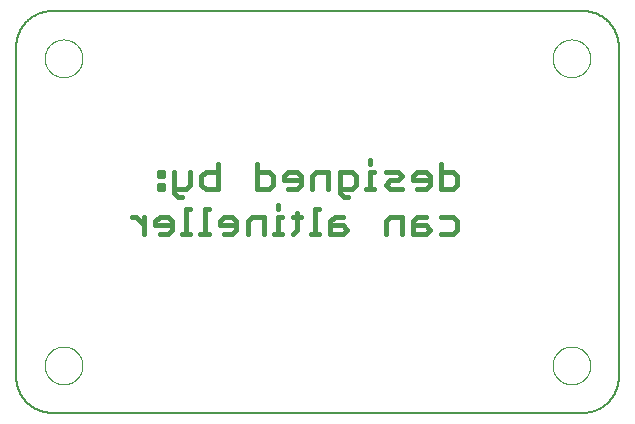
<source format=gbo>
G75*
%MOIN*%
%OFA0B0*%
%FSLAX25Y25*%
%IPPOS*%
%LPD*%
%AMOC8*
5,1,8,0,0,1.08239X$1,22.5*
%
%ADD10C,0.00800*%
%ADD11C,0.01800*%
%ADD12C,0.00000*%
D10*
X0013211Y0001400D02*
X0190376Y0001400D01*
X0190661Y0001403D01*
X0190947Y0001414D01*
X0191232Y0001431D01*
X0191516Y0001455D01*
X0191800Y0001486D01*
X0192083Y0001524D01*
X0192364Y0001569D01*
X0192645Y0001620D01*
X0192925Y0001678D01*
X0193203Y0001743D01*
X0193479Y0001815D01*
X0193753Y0001893D01*
X0194026Y0001978D01*
X0194296Y0002070D01*
X0194564Y0002168D01*
X0194830Y0002272D01*
X0195093Y0002383D01*
X0195353Y0002500D01*
X0195611Y0002623D01*
X0195865Y0002753D01*
X0196116Y0002889D01*
X0196364Y0003030D01*
X0196608Y0003178D01*
X0196849Y0003331D01*
X0197085Y0003491D01*
X0197318Y0003656D01*
X0197547Y0003826D01*
X0197772Y0004002D01*
X0197992Y0004184D01*
X0198208Y0004370D01*
X0198419Y0004562D01*
X0198626Y0004759D01*
X0198828Y0004961D01*
X0199025Y0005168D01*
X0199217Y0005379D01*
X0199403Y0005595D01*
X0199585Y0005815D01*
X0199761Y0006040D01*
X0199931Y0006269D01*
X0200096Y0006502D01*
X0200256Y0006738D01*
X0200409Y0006979D01*
X0200557Y0007223D01*
X0200698Y0007471D01*
X0200834Y0007722D01*
X0200964Y0007976D01*
X0201087Y0008234D01*
X0201204Y0008494D01*
X0201315Y0008757D01*
X0201419Y0009023D01*
X0201517Y0009291D01*
X0201609Y0009561D01*
X0201694Y0009834D01*
X0201772Y0010108D01*
X0201844Y0010384D01*
X0201909Y0010662D01*
X0201967Y0010942D01*
X0202018Y0011223D01*
X0202063Y0011504D01*
X0202101Y0011787D01*
X0202132Y0012071D01*
X0202156Y0012355D01*
X0202173Y0012640D01*
X0202184Y0012926D01*
X0202187Y0013211D01*
X0202187Y0123447D01*
X0202184Y0123732D01*
X0202173Y0124018D01*
X0202156Y0124303D01*
X0202132Y0124587D01*
X0202101Y0124871D01*
X0202063Y0125154D01*
X0202018Y0125435D01*
X0201967Y0125716D01*
X0201909Y0125996D01*
X0201844Y0126274D01*
X0201772Y0126550D01*
X0201694Y0126824D01*
X0201609Y0127097D01*
X0201517Y0127367D01*
X0201419Y0127635D01*
X0201315Y0127901D01*
X0201204Y0128164D01*
X0201087Y0128424D01*
X0200964Y0128682D01*
X0200834Y0128936D01*
X0200698Y0129187D01*
X0200557Y0129435D01*
X0200409Y0129679D01*
X0200256Y0129920D01*
X0200096Y0130156D01*
X0199931Y0130389D01*
X0199761Y0130618D01*
X0199585Y0130843D01*
X0199403Y0131063D01*
X0199217Y0131279D01*
X0199025Y0131490D01*
X0198828Y0131697D01*
X0198626Y0131899D01*
X0198419Y0132096D01*
X0198208Y0132288D01*
X0197992Y0132474D01*
X0197772Y0132656D01*
X0197547Y0132832D01*
X0197318Y0133002D01*
X0197085Y0133167D01*
X0196849Y0133327D01*
X0196608Y0133480D01*
X0196364Y0133628D01*
X0196116Y0133769D01*
X0195865Y0133905D01*
X0195611Y0134035D01*
X0195353Y0134158D01*
X0195093Y0134275D01*
X0194830Y0134386D01*
X0194564Y0134490D01*
X0194296Y0134588D01*
X0194026Y0134680D01*
X0193753Y0134765D01*
X0193479Y0134843D01*
X0193203Y0134915D01*
X0192925Y0134980D01*
X0192645Y0135038D01*
X0192364Y0135089D01*
X0192083Y0135134D01*
X0191800Y0135172D01*
X0191516Y0135203D01*
X0191232Y0135227D01*
X0190947Y0135244D01*
X0190661Y0135255D01*
X0190376Y0135258D01*
X0013211Y0135258D01*
X0012926Y0135255D01*
X0012640Y0135244D01*
X0012355Y0135227D01*
X0012071Y0135203D01*
X0011787Y0135172D01*
X0011504Y0135134D01*
X0011223Y0135089D01*
X0010942Y0135038D01*
X0010662Y0134980D01*
X0010384Y0134915D01*
X0010108Y0134843D01*
X0009834Y0134765D01*
X0009561Y0134680D01*
X0009291Y0134588D01*
X0009023Y0134490D01*
X0008757Y0134386D01*
X0008494Y0134275D01*
X0008234Y0134158D01*
X0007976Y0134035D01*
X0007722Y0133905D01*
X0007471Y0133769D01*
X0007223Y0133628D01*
X0006979Y0133480D01*
X0006738Y0133327D01*
X0006502Y0133167D01*
X0006269Y0133002D01*
X0006040Y0132832D01*
X0005815Y0132656D01*
X0005595Y0132474D01*
X0005379Y0132288D01*
X0005168Y0132096D01*
X0004961Y0131899D01*
X0004759Y0131697D01*
X0004562Y0131490D01*
X0004370Y0131279D01*
X0004184Y0131063D01*
X0004002Y0130843D01*
X0003826Y0130618D01*
X0003656Y0130389D01*
X0003491Y0130156D01*
X0003331Y0129920D01*
X0003178Y0129679D01*
X0003030Y0129435D01*
X0002889Y0129187D01*
X0002753Y0128936D01*
X0002623Y0128682D01*
X0002500Y0128424D01*
X0002383Y0128164D01*
X0002272Y0127901D01*
X0002168Y0127635D01*
X0002070Y0127367D01*
X0001978Y0127097D01*
X0001893Y0126824D01*
X0001815Y0126550D01*
X0001743Y0126274D01*
X0001678Y0125996D01*
X0001620Y0125716D01*
X0001569Y0125435D01*
X0001524Y0125154D01*
X0001486Y0124871D01*
X0001455Y0124587D01*
X0001431Y0124303D01*
X0001414Y0124018D01*
X0001403Y0123732D01*
X0001400Y0123447D01*
X0001400Y0013211D01*
X0001403Y0012926D01*
X0001414Y0012640D01*
X0001431Y0012355D01*
X0001455Y0012071D01*
X0001486Y0011787D01*
X0001524Y0011504D01*
X0001569Y0011223D01*
X0001620Y0010942D01*
X0001678Y0010662D01*
X0001743Y0010384D01*
X0001815Y0010108D01*
X0001893Y0009834D01*
X0001978Y0009561D01*
X0002070Y0009291D01*
X0002168Y0009023D01*
X0002272Y0008757D01*
X0002383Y0008494D01*
X0002500Y0008234D01*
X0002623Y0007976D01*
X0002753Y0007722D01*
X0002889Y0007471D01*
X0003030Y0007223D01*
X0003178Y0006979D01*
X0003331Y0006738D01*
X0003491Y0006502D01*
X0003656Y0006269D01*
X0003826Y0006040D01*
X0004002Y0005815D01*
X0004184Y0005595D01*
X0004370Y0005379D01*
X0004562Y0005168D01*
X0004759Y0004961D01*
X0004961Y0004759D01*
X0005168Y0004562D01*
X0005379Y0004370D01*
X0005595Y0004184D01*
X0005815Y0004002D01*
X0006040Y0003826D01*
X0006269Y0003656D01*
X0006502Y0003491D01*
X0006738Y0003331D01*
X0006979Y0003178D01*
X0007223Y0003030D01*
X0007471Y0002889D01*
X0007722Y0002753D01*
X0007976Y0002623D01*
X0008234Y0002500D01*
X0008494Y0002383D01*
X0008757Y0002272D01*
X0009023Y0002168D01*
X0009291Y0002070D01*
X0009561Y0001978D01*
X0009834Y0001893D01*
X0010108Y0001815D01*
X0010384Y0001743D01*
X0010662Y0001678D01*
X0010942Y0001620D01*
X0011223Y0001569D01*
X0011504Y0001524D01*
X0011787Y0001486D01*
X0012071Y0001455D01*
X0012355Y0001431D01*
X0012640Y0001414D01*
X0012926Y0001403D01*
X0013211Y0001400D01*
D11*
X0044037Y0061088D02*
X0044037Y0066560D01*
X0047774Y0065192D02*
X0047774Y0063824D01*
X0053245Y0063824D01*
X0053245Y0062456D02*
X0053245Y0065192D01*
X0051877Y0066560D01*
X0049142Y0066560D01*
X0047774Y0065192D01*
X0044037Y0063824D02*
X0041302Y0066560D01*
X0039934Y0066560D01*
X0049142Y0061088D02*
X0051877Y0061088D01*
X0053245Y0062456D01*
X0056648Y0061088D02*
X0059384Y0061088D01*
X0058016Y0061088D02*
X0058016Y0069295D01*
X0059384Y0069295D01*
X0064154Y0069295D02*
X0064154Y0061088D01*
X0062787Y0061088D02*
X0065522Y0061088D01*
X0069259Y0063824D02*
X0074730Y0063824D01*
X0074730Y0062456D02*
X0074730Y0065192D01*
X0073362Y0066560D01*
X0070627Y0066560D01*
X0069259Y0065192D01*
X0069259Y0063824D01*
X0070627Y0061088D02*
X0073362Y0061088D01*
X0074730Y0062456D01*
X0078467Y0061088D02*
X0078467Y0065192D01*
X0079834Y0066560D01*
X0083938Y0066560D01*
X0083938Y0061088D01*
X0087341Y0061088D02*
X0090076Y0061088D01*
X0088709Y0061088D02*
X0088709Y0066560D01*
X0090076Y0066560D01*
X0093479Y0066560D02*
X0096215Y0066560D01*
X0094847Y0067927D02*
X0094847Y0062456D01*
X0093479Y0061088D01*
X0099618Y0061088D02*
X0102354Y0061088D01*
X0100986Y0061088D02*
X0100986Y0069295D01*
X0102354Y0069295D01*
X0106090Y0065192D02*
X0107458Y0066560D01*
X0110194Y0066560D01*
X0106090Y0065192D02*
X0106090Y0061088D01*
X0110194Y0061088D01*
X0111561Y0062456D01*
X0110194Y0063824D01*
X0106090Y0063824D01*
X0110527Y0073353D02*
X0109159Y0074720D01*
X0109159Y0081560D01*
X0113263Y0081560D01*
X0114631Y0080192D01*
X0114631Y0077456D01*
X0113263Y0076088D01*
X0109159Y0076088D01*
X0110527Y0073353D02*
X0111895Y0073353D01*
X0118034Y0076088D02*
X0120769Y0076088D01*
X0119402Y0076088D02*
X0119402Y0081560D01*
X0120769Y0081560D01*
X0124506Y0081560D02*
X0128609Y0081560D01*
X0129977Y0080192D01*
X0128609Y0078824D01*
X0125874Y0078824D01*
X0124506Y0077456D01*
X0125874Y0076088D01*
X0129977Y0076088D01*
X0133714Y0078824D02*
X0139185Y0078824D01*
X0139185Y0077456D02*
X0139185Y0080192D01*
X0137817Y0081560D01*
X0135082Y0081560D01*
X0133714Y0080192D01*
X0133714Y0078824D01*
X0135082Y0076088D02*
X0137817Y0076088D01*
X0139185Y0077456D01*
X0142922Y0076088D02*
X0147025Y0076088D01*
X0148393Y0077456D01*
X0148393Y0080192D01*
X0147025Y0081560D01*
X0142922Y0081560D01*
X0142922Y0084295D02*
X0142922Y0076088D01*
X0142922Y0066560D02*
X0147025Y0066560D01*
X0148393Y0065192D01*
X0148393Y0062456D01*
X0147025Y0061088D01*
X0142922Y0061088D01*
X0139185Y0062456D02*
X0137817Y0063824D01*
X0133714Y0063824D01*
X0133714Y0065192D02*
X0133714Y0061088D01*
X0137817Y0061088D01*
X0139185Y0062456D01*
X0135082Y0066560D02*
X0133714Y0065192D01*
X0135082Y0066560D02*
X0137817Y0066560D01*
X0129977Y0066560D02*
X0129977Y0061088D01*
X0124506Y0061088D02*
X0124506Y0065192D01*
X0125874Y0066560D01*
X0129977Y0066560D01*
X0105423Y0076088D02*
X0105423Y0081560D01*
X0101319Y0081560D01*
X0099952Y0080192D01*
X0099952Y0076088D01*
X0096215Y0077456D02*
X0096215Y0080192D01*
X0094847Y0081560D01*
X0092112Y0081560D01*
X0090744Y0080192D01*
X0090744Y0078824D01*
X0096215Y0078824D01*
X0096215Y0077456D02*
X0094847Y0076088D01*
X0092112Y0076088D01*
X0087007Y0077456D02*
X0087007Y0080192D01*
X0085639Y0081560D01*
X0081536Y0081560D01*
X0081536Y0084295D02*
X0081536Y0076088D01*
X0085639Y0076088D01*
X0087007Y0077456D01*
X0088709Y0070663D02*
X0088709Y0069295D01*
X0068591Y0076088D02*
X0064488Y0076088D01*
X0063120Y0077456D01*
X0063120Y0080192D01*
X0064488Y0081560D01*
X0068591Y0081560D01*
X0068591Y0084295D02*
X0068591Y0076088D01*
X0059384Y0077456D02*
X0059384Y0081560D01*
X0059384Y0077456D02*
X0058016Y0076088D01*
X0053912Y0076088D01*
X0053912Y0074720D02*
X0055280Y0073353D01*
X0056648Y0073353D01*
X0053912Y0074720D02*
X0053912Y0081560D01*
X0050176Y0081560D02*
X0050176Y0080192D01*
X0048808Y0080192D01*
X0048808Y0081560D01*
X0050176Y0081560D01*
X0050176Y0077456D02*
X0048808Y0077456D01*
X0048808Y0076088D01*
X0050176Y0076088D01*
X0050176Y0077456D01*
X0064154Y0069295D02*
X0065522Y0069295D01*
X0119402Y0084295D02*
X0119402Y0085663D01*
D12*
X0180140Y0119510D02*
X0180142Y0119668D01*
X0180148Y0119826D01*
X0180158Y0119984D01*
X0180172Y0120142D01*
X0180190Y0120299D01*
X0180211Y0120456D01*
X0180237Y0120612D01*
X0180267Y0120768D01*
X0180300Y0120923D01*
X0180338Y0121076D01*
X0180379Y0121229D01*
X0180424Y0121381D01*
X0180473Y0121532D01*
X0180526Y0121681D01*
X0180582Y0121829D01*
X0180642Y0121975D01*
X0180706Y0122120D01*
X0180774Y0122263D01*
X0180845Y0122405D01*
X0180919Y0122545D01*
X0180997Y0122682D01*
X0181079Y0122818D01*
X0181163Y0122952D01*
X0181252Y0123083D01*
X0181343Y0123212D01*
X0181438Y0123339D01*
X0181535Y0123464D01*
X0181636Y0123586D01*
X0181740Y0123705D01*
X0181847Y0123822D01*
X0181957Y0123936D01*
X0182070Y0124047D01*
X0182185Y0124156D01*
X0182303Y0124261D01*
X0182424Y0124363D01*
X0182547Y0124463D01*
X0182673Y0124559D01*
X0182801Y0124652D01*
X0182931Y0124742D01*
X0183064Y0124828D01*
X0183199Y0124912D01*
X0183335Y0124991D01*
X0183474Y0125068D01*
X0183615Y0125140D01*
X0183757Y0125210D01*
X0183901Y0125275D01*
X0184047Y0125337D01*
X0184194Y0125395D01*
X0184343Y0125450D01*
X0184493Y0125501D01*
X0184644Y0125548D01*
X0184796Y0125591D01*
X0184949Y0125630D01*
X0185104Y0125666D01*
X0185259Y0125697D01*
X0185415Y0125725D01*
X0185571Y0125749D01*
X0185728Y0125769D01*
X0185886Y0125785D01*
X0186043Y0125797D01*
X0186202Y0125805D01*
X0186360Y0125809D01*
X0186518Y0125809D01*
X0186676Y0125805D01*
X0186835Y0125797D01*
X0186992Y0125785D01*
X0187150Y0125769D01*
X0187307Y0125749D01*
X0187463Y0125725D01*
X0187619Y0125697D01*
X0187774Y0125666D01*
X0187929Y0125630D01*
X0188082Y0125591D01*
X0188234Y0125548D01*
X0188385Y0125501D01*
X0188535Y0125450D01*
X0188684Y0125395D01*
X0188831Y0125337D01*
X0188977Y0125275D01*
X0189121Y0125210D01*
X0189263Y0125140D01*
X0189404Y0125068D01*
X0189543Y0124991D01*
X0189679Y0124912D01*
X0189814Y0124828D01*
X0189947Y0124742D01*
X0190077Y0124652D01*
X0190205Y0124559D01*
X0190331Y0124463D01*
X0190454Y0124363D01*
X0190575Y0124261D01*
X0190693Y0124156D01*
X0190808Y0124047D01*
X0190921Y0123936D01*
X0191031Y0123822D01*
X0191138Y0123705D01*
X0191242Y0123586D01*
X0191343Y0123464D01*
X0191440Y0123339D01*
X0191535Y0123212D01*
X0191626Y0123083D01*
X0191715Y0122952D01*
X0191799Y0122818D01*
X0191881Y0122682D01*
X0191959Y0122545D01*
X0192033Y0122405D01*
X0192104Y0122263D01*
X0192172Y0122120D01*
X0192236Y0121975D01*
X0192296Y0121829D01*
X0192352Y0121681D01*
X0192405Y0121532D01*
X0192454Y0121381D01*
X0192499Y0121229D01*
X0192540Y0121076D01*
X0192578Y0120923D01*
X0192611Y0120768D01*
X0192641Y0120612D01*
X0192667Y0120456D01*
X0192688Y0120299D01*
X0192706Y0120142D01*
X0192720Y0119984D01*
X0192730Y0119826D01*
X0192736Y0119668D01*
X0192738Y0119510D01*
X0192736Y0119352D01*
X0192730Y0119194D01*
X0192720Y0119036D01*
X0192706Y0118878D01*
X0192688Y0118721D01*
X0192667Y0118564D01*
X0192641Y0118408D01*
X0192611Y0118252D01*
X0192578Y0118097D01*
X0192540Y0117944D01*
X0192499Y0117791D01*
X0192454Y0117639D01*
X0192405Y0117488D01*
X0192352Y0117339D01*
X0192296Y0117191D01*
X0192236Y0117045D01*
X0192172Y0116900D01*
X0192104Y0116757D01*
X0192033Y0116615D01*
X0191959Y0116475D01*
X0191881Y0116338D01*
X0191799Y0116202D01*
X0191715Y0116068D01*
X0191626Y0115937D01*
X0191535Y0115808D01*
X0191440Y0115681D01*
X0191343Y0115556D01*
X0191242Y0115434D01*
X0191138Y0115315D01*
X0191031Y0115198D01*
X0190921Y0115084D01*
X0190808Y0114973D01*
X0190693Y0114864D01*
X0190575Y0114759D01*
X0190454Y0114657D01*
X0190331Y0114557D01*
X0190205Y0114461D01*
X0190077Y0114368D01*
X0189947Y0114278D01*
X0189814Y0114192D01*
X0189679Y0114108D01*
X0189543Y0114029D01*
X0189404Y0113952D01*
X0189263Y0113880D01*
X0189121Y0113810D01*
X0188977Y0113745D01*
X0188831Y0113683D01*
X0188684Y0113625D01*
X0188535Y0113570D01*
X0188385Y0113519D01*
X0188234Y0113472D01*
X0188082Y0113429D01*
X0187929Y0113390D01*
X0187774Y0113354D01*
X0187619Y0113323D01*
X0187463Y0113295D01*
X0187307Y0113271D01*
X0187150Y0113251D01*
X0186992Y0113235D01*
X0186835Y0113223D01*
X0186676Y0113215D01*
X0186518Y0113211D01*
X0186360Y0113211D01*
X0186202Y0113215D01*
X0186043Y0113223D01*
X0185886Y0113235D01*
X0185728Y0113251D01*
X0185571Y0113271D01*
X0185415Y0113295D01*
X0185259Y0113323D01*
X0185104Y0113354D01*
X0184949Y0113390D01*
X0184796Y0113429D01*
X0184644Y0113472D01*
X0184493Y0113519D01*
X0184343Y0113570D01*
X0184194Y0113625D01*
X0184047Y0113683D01*
X0183901Y0113745D01*
X0183757Y0113810D01*
X0183615Y0113880D01*
X0183474Y0113952D01*
X0183335Y0114029D01*
X0183199Y0114108D01*
X0183064Y0114192D01*
X0182931Y0114278D01*
X0182801Y0114368D01*
X0182673Y0114461D01*
X0182547Y0114557D01*
X0182424Y0114657D01*
X0182303Y0114759D01*
X0182185Y0114864D01*
X0182070Y0114973D01*
X0181957Y0115084D01*
X0181847Y0115198D01*
X0181740Y0115315D01*
X0181636Y0115434D01*
X0181535Y0115556D01*
X0181438Y0115681D01*
X0181343Y0115808D01*
X0181252Y0115937D01*
X0181163Y0116068D01*
X0181079Y0116202D01*
X0180997Y0116338D01*
X0180919Y0116475D01*
X0180845Y0116615D01*
X0180774Y0116757D01*
X0180706Y0116900D01*
X0180642Y0117045D01*
X0180582Y0117191D01*
X0180526Y0117339D01*
X0180473Y0117488D01*
X0180424Y0117639D01*
X0180379Y0117791D01*
X0180338Y0117944D01*
X0180300Y0118097D01*
X0180267Y0118252D01*
X0180237Y0118408D01*
X0180211Y0118564D01*
X0180190Y0118721D01*
X0180172Y0118878D01*
X0180158Y0119036D01*
X0180148Y0119194D01*
X0180142Y0119352D01*
X0180140Y0119510D01*
X0180140Y0017148D02*
X0180142Y0017306D01*
X0180148Y0017464D01*
X0180158Y0017622D01*
X0180172Y0017780D01*
X0180190Y0017937D01*
X0180211Y0018094D01*
X0180237Y0018250D01*
X0180267Y0018406D01*
X0180300Y0018561D01*
X0180338Y0018714D01*
X0180379Y0018867D01*
X0180424Y0019019D01*
X0180473Y0019170D01*
X0180526Y0019319D01*
X0180582Y0019467D01*
X0180642Y0019613D01*
X0180706Y0019758D01*
X0180774Y0019901D01*
X0180845Y0020043D01*
X0180919Y0020183D01*
X0180997Y0020320D01*
X0181079Y0020456D01*
X0181163Y0020590D01*
X0181252Y0020721D01*
X0181343Y0020850D01*
X0181438Y0020977D01*
X0181535Y0021102D01*
X0181636Y0021224D01*
X0181740Y0021343D01*
X0181847Y0021460D01*
X0181957Y0021574D01*
X0182070Y0021685D01*
X0182185Y0021794D01*
X0182303Y0021899D01*
X0182424Y0022001D01*
X0182547Y0022101D01*
X0182673Y0022197D01*
X0182801Y0022290D01*
X0182931Y0022380D01*
X0183064Y0022466D01*
X0183199Y0022550D01*
X0183335Y0022629D01*
X0183474Y0022706D01*
X0183615Y0022778D01*
X0183757Y0022848D01*
X0183901Y0022913D01*
X0184047Y0022975D01*
X0184194Y0023033D01*
X0184343Y0023088D01*
X0184493Y0023139D01*
X0184644Y0023186D01*
X0184796Y0023229D01*
X0184949Y0023268D01*
X0185104Y0023304D01*
X0185259Y0023335D01*
X0185415Y0023363D01*
X0185571Y0023387D01*
X0185728Y0023407D01*
X0185886Y0023423D01*
X0186043Y0023435D01*
X0186202Y0023443D01*
X0186360Y0023447D01*
X0186518Y0023447D01*
X0186676Y0023443D01*
X0186835Y0023435D01*
X0186992Y0023423D01*
X0187150Y0023407D01*
X0187307Y0023387D01*
X0187463Y0023363D01*
X0187619Y0023335D01*
X0187774Y0023304D01*
X0187929Y0023268D01*
X0188082Y0023229D01*
X0188234Y0023186D01*
X0188385Y0023139D01*
X0188535Y0023088D01*
X0188684Y0023033D01*
X0188831Y0022975D01*
X0188977Y0022913D01*
X0189121Y0022848D01*
X0189263Y0022778D01*
X0189404Y0022706D01*
X0189543Y0022629D01*
X0189679Y0022550D01*
X0189814Y0022466D01*
X0189947Y0022380D01*
X0190077Y0022290D01*
X0190205Y0022197D01*
X0190331Y0022101D01*
X0190454Y0022001D01*
X0190575Y0021899D01*
X0190693Y0021794D01*
X0190808Y0021685D01*
X0190921Y0021574D01*
X0191031Y0021460D01*
X0191138Y0021343D01*
X0191242Y0021224D01*
X0191343Y0021102D01*
X0191440Y0020977D01*
X0191535Y0020850D01*
X0191626Y0020721D01*
X0191715Y0020590D01*
X0191799Y0020456D01*
X0191881Y0020320D01*
X0191959Y0020183D01*
X0192033Y0020043D01*
X0192104Y0019901D01*
X0192172Y0019758D01*
X0192236Y0019613D01*
X0192296Y0019467D01*
X0192352Y0019319D01*
X0192405Y0019170D01*
X0192454Y0019019D01*
X0192499Y0018867D01*
X0192540Y0018714D01*
X0192578Y0018561D01*
X0192611Y0018406D01*
X0192641Y0018250D01*
X0192667Y0018094D01*
X0192688Y0017937D01*
X0192706Y0017780D01*
X0192720Y0017622D01*
X0192730Y0017464D01*
X0192736Y0017306D01*
X0192738Y0017148D01*
X0192736Y0016990D01*
X0192730Y0016832D01*
X0192720Y0016674D01*
X0192706Y0016516D01*
X0192688Y0016359D01*
X0192667Y0016202D01*
X0192641Y0016046D01*
X0192611Y0015890D01*
X0192578Y0015735D01*
X0192540Y0015582D01*
X0192499Y0015429D01*
X0192454Y0015277D01*
X0192405Y0015126D01*
X0192352Y0014977D01*
X0192296Y0014829D01*
X0192236Y0014683D01*
X0192172Y0014538D01*
X0192104Y0014395D01*
X0192033Y0014253D01*
X0191959Y0014113D01*
X0191881Y0013976D01*
X0191799Y0013840D01*
X0191715Y0013706D01*
X0191626Y0013575D01*
X0191535Y0013446D01*
X0191440Y0013319D01*
X0191343Y0013194D01*
X0191242Y0013072D01*
X0191138Y0012953D01*
X0191031Y0012836D01*
X0190921Y0012722D01*
X0190808Y0012611D01*
X0190693Y0012502D01*
X0190575Y0012397D01*
X0190454Y0012295D01*
X0190331Y0012195D01*
X0190205Y0012099D01*
X0190077Y0012006D01*
X0189947Y0011916D01*
X0189814Y0011830D01*
X0189679Y0011746D01*
X0189543Y0011667D01*
X0189404Y0011590D01*
X0189263Y0011518D01*
X0189121Y0011448D01*
X0188977Y0011383D01*
X0188831Y0011321D01*
X0188684Y0011263D01*
X0188535Y0011208D01*
X0188385Y0011157D01*
X0188234Y0011110D01*
X0188082Y0011067D01*
X0187929Y0011028D01*
X0187774Y0010992D01*
X0187619Y0010961D01*
X0187463Y0010933D01*
X0187307Y0010909D01*
X0187150Y0010889D01*
X0186992Y0010873D01*
X0186835Y0010861D01*
X0186676Y0010853D01*
X0186518Y0010849D01*
X0186360Y0010849D01*
X0186202Y0010853D01*
X0186043Y0010861D01*
X0185886Y0010873D01*
X0185728Y0010889D01*
X0185571Y0010909D01*
X0185415Y0010933D01*
X0185259Y0010961D01*
X0185104Y0010992D01*
X0184949Y0011028D01*
X0184796Y0011067D01*
X0184644Y0011110D01*
X0184493Y0011157D01*
X0184343Y0011208D01*
X0184194Y0011263D01*
X0184047Y0011321D01*
X0183901Y0011383D01*
X0183757Y0011448D01*
X0183615Y0011518D01*
X0183474Y0011590D01*
X0183335Y0011667D01*
X0183199Y0011746D01*
X0183064Y0011830D01*
X0182931Y0011916D01*
X0182801Y0012006D01*
X0182673Y0012099D01*
X0182547Y0012195D01*
X0182424Y0012295D01*
X0182303Y0012397D01*
X0182185Y0012502D01*
X0182070Y0012611D01*
X0181957Y0012722D01*
X0181847Y0012836D01*
X0181740Y0012953D01*
X0181636Y0013072D01*
X0181535Y0013194D01*
X0181438Y0013319D01*
X0181343Y0013446D01*
X0181252Y0013575D01*
X0181163Y0013706D01*
X0181079Y0013840D01*
X0180997Y0013976D01*
X0180919Y0014113D01*
X0180845Y0014253D01*
X0180774Y0014395D01*
X0180706Y0014538D01*
X0180642Y0014683D01*
X0180582Y0014829D01*
X0180526Y0014977D01*
X0180473Y0015126D01*
X0180424Y0015277D01*
X0180379Y0015429D01*
X0180338Y0015582D01*
X0180300Y0015735D01*
X0180267Y0015890D01*
X0180237Y0016046D01*
X0180211Y0016202D01*
X0180190Y0016359D01*
X0180172Y0016516D01*
X0180158Y0016674D01*
X0180148Y0016832D01*
X0180142Y0016990D01*
X0180140Y0017148D01*
X0010849Y0017148D02*
X0010851Y0017306D01*
X0010857Y0017464D01*
X0010867Y0017622D01*
X0010881Y0017780D01*
X0010899Y0017937D01*
X0010920Y0018094D01*
X0010946Y0018250D01*
X0010976Y0018406D01*
X0011009Y0018561D01*
X0011047Y0018714D01*
X0011088Y0018867D01*
X0011133Y0019019D01*
X0011182Y0019170D01*
X0011235Y0019319D01*
X0011291Y0019467D01*
X0011351Y0019613D01*
X0011415Y0019758D01*
X0011483Y0019901D01*
X0011554Y0020043D01*
X0011628Y0020183D01*
X0011706Y0020320D01*
X0011788Y0020456D01*
X0011872Y0020590D01*
X0011961Y0020721D01*
X0012052Y0020850D01*
X0012147Y0020977D01*
X0012244Y0021102D01*
X0012345Y0021224D01*
X0012449Y0021343D01*
X0012556Y0021460D01*
X0012666Y0021574D01*
X0012779Y0021685D01*
X0012894Y0021794D01*
X0013012Y0021899D01*
X0013133Y0022001D01*
X0013256Y0022101D01*
X0013382Y0022197D01*
X0013510Y0022290D01*
X0013640Y0022380D01*
X0013773Y0022466D01*
X0013908Y0022550D01*
X0014044Y0022629D01*
X0014183Y0022706D01*
X0014324Y0022778D01*
X0014466Y0022848D01*
X0014610Y0022913D01*
X0014756Y0022975D01*
X0014903Y0023033D01*
X0015052Y0023088D01*
X0015202Y0023139D01*
X0015353Y0023186D01*
X0015505Y0023229D01*
X0015658Y0023268D01*
X0015813Y0023304D01*
X0015968Y0023335D01*
X0016124Y0023363D01*
X0016280Y0023387D01*
X0016437Y0023407D01*
X0016595Y0023423D01*
X0016752Y0023435D01*
X0016911Y0023443D01*
X0017069Y0023447D01*
X0017227Y0023447D01*
X0017385Y0023443D01*
X0017544Y0023435D01*
X0017701Y0023423D01*
X0017859Y0023407D01*
X0018016Y0023387D01*
X0018172Y0023363D01*
X0018328Y0023335D01*
X0018483Y0023304D01*
X0018638Y0023268D01*
X0018791Y0023229D01*
X0018943Y0023186D01*
X0019094Y0023139D01*
X0019244Y0023088D01*
X0019393Y0023033D01*
X0019540Y0022975D01*
X0019686Y0022913D01*
X0019830Y0022848D01*
X0019972Y0022778D01*
X0020113Y0022706D01*
X0020252Y0022629D01*
X0020388Y0022550D01*
X0020523Y0022466D01*
X0020656Y0022380D01*
X0020786Y0022290D01*
X0020914Y0022197D01*
X0021040Y0022101D01*
X0021163Y0022001D01*
X0021284Y0021899D01*
X0021402Y0021794D01*
X0021517Y0021685D01*
X0021630Y0021574D01*
X0021740Y0021460D01*
X0021847Y0021343D01*
X0021951Y0021224D01*
X0022052Y0021102D01*
X0022149Y0020977D01*
X0022244Y0020850D01*
X0022335Y0020721D01*
X0022424Y0020590D01*
X0022508Y0020456D01*
X0022590Y0020320D01*
X0022668Y0020183D01*
X0022742Y0020043D01*
X0022813Y0019901D01*
X0022881Y0019758D01*
X0022945Y0019613D01*
X0023005Y0019467D01*
X0023061Y0019319D01*
X0023114Y0019170D01*
X0023163Y0019019D01*
X0023208Y0018867D01*
X0023249Y0018714D01*
X0023287Y0018561D01*
X0023320Y0018406D01*
X0023350Y0018250D01*
X0023376Y0018094D01*
X0023397Y0017937D01*
X0023415Y0017780D01*
X0023429Y0017622D01*
X0023439Y0017464D01*
X0023445Y0017306D01*
X0023447Y0017148D01*
X0023445Y0016990D01*
X0023439Y0016832D01*
X0023429Y0016674D01*
X0023415Y0016516D01*
X0023397Y0016359D01*
X0023376Y0016202D01*
X0023350Y0016046D01*
X0023320Y0015890D01*
X0023287Y0015735D01*
X0023249Y0015582D01*
X0023208Y0015429D01*
X0023163Y0015277D01*
X0023114Y0015126D01*
X0023061Y0014977D01*
X0023005Y0014829D01*
X0022945Y0014683D01*
X0022881Y0014538D01*
X0022813Y0014395D01*
X0022742Y0014253D01*
X0022668Y0014113D01*
X0022590Y0013976D01*
X0022508Y0013840D01*
X0022424Y0013706D01*
X0022335Y0013575D01*
X0022244Y0013446D01*
X0022149Y0013319D01*
X0022052Y0013194D01*
X0021951Y0013072D01*
X0021847Y0012953D01*
X0021740Y0012836D01*
X0021630Y0012722D01*
X0021517Y0012611D01*
X0021402Y0012502D01*
X0021284Y0012397D01*
X0021163Y0012295D01*
X0021040Y0012195D01*
X0020914Y0012099D01*
X0020786Y0012006D01*
X0020656Y0011916D01*
X0020523Y0011830D01*
X0020388Y0011746D01*
X0020252Y0011667D01*
X0020113Y0011590D01*
X0019972Y0011518D01*
X0019830Y0011448D01*
X0019686Y0011383D01*
X0019540Y0011321D01*
X0019393Y0011263D01*
X0019244Y0011208D01*
X0019094Y0011157D01*
X0018943Y0011110D01*
X0018791Y0011067D01*
X0018638Y0011028D01*
X0018483Y0010992D01*
X0018328Y0010961D01*
X0018172Y0010933D01*
X0018016Y0010909D01*
X0017859Y0010889D01*
X0017701Y0010873D01*
X0017544Y0010861D01*
X0017385Y0010853D01*
X0017227Y0010849D01*
X0017069Y0010849D01*
X0016911Y0010853D01*
X0016752Y0010861D01*
X0016595Y0010873D01*
X0016437Y0010889D01*
X0016280Y0010909D01*
X0016124Y0010933D01*
X0015968Y0010961D01*
X0015813Y0010992D01*
X0015658Y0011028D01*
X0015505Y0011067D01*
X0015353Y0011110D01*
X0015202Y0011157D01*
X0015052Y0011208D01*
X0014903Y0011263D01*
X0014756Y0011321D01*
X0014610Y0011383D01*
X0014466Y0011448D01*
X0014324Y0011518D01*
X0014183Y0011590D01*
X0014044Y0011667D01*
X0013908Y0011746D01*
X0013773Y0011830D01*
X0013640Y0011916D01*
X0013510Y0012006D01*
X0013382Y0012099D01*
X0013256Y0012195D01*
X0013133Y0012295D01*
X0013012Y0012397D01*
X0012894Y0012502D01*
X0012779Y0012611D01*
X0012666Y0012722D01*
X0012556Y0012836D01*
X0012449Y0012953D01*
X0012345Y0013072D01*
X0012244Y0013194D01*
X0012147Y0013319D01*
X0012052Y0013446D01*
X0011961Y0013575D01*
X0011872Y0013706D01*
X0011788Y0013840D01*
X0011706Y0013976D01*
X0011628Y0014113D01*
X0011554Y0014253D01*
X0011483Y0014395D01*
X0011415Y0014538D01*
X0011351Y0014683D01*
X0011291Y0014829D01*
X0011235Y0014977D01*
X0011182Y0015126D01*
X0011133Y0015277D01*
X0011088Y0015429D01*
X0011047Y0015582D01*
X0011009Y0015735D01*
X0010976Y0015890D01*
X0010946Y0016046D01*
X0010920Y0016202D01*
X0010899Y0016359D01*
X0010881Y0016516D01*
X0010867Y0016674D01*
X0010857Y0016832D01*
X0010851Y0016990D01*
X0010849Y0017148D01*
X0010849Y0119510D02*
X0010851Y0119668D01*
X0010857Y0119826D01*
X0010867Y0119984D01*
X0010881Y0120142D01*
X0010899Y0120299D01*
X0010920Y0120456D01*
X0010946Y0120612D01*
X0010976Y0120768D01*
X0011009Y0120923D01*
X0011047Y0121076D01*
X0011088Y0121229D01*
X0011133Y0121381D01*
X0011182Y0121532D01*
X0011235Y0121681D01*
X0011291Y0121829D01*
X0011351Y0121975D01*
X0011415Y0122120D01*
X0011483Y0122263D01*
X0011554Y0122405D01*
X0011628Y0122545D01*
X0011706Y0122682D01*
X0011788Y0122818D01*
X0011872Y0122952D01*
X0011961Y0123083D01*
X0012052Y0123212D01*
X0012147Y0123339D01*
X0012244Y0123464D01*
X0012345Y0123586D01*
X0012449Y0123705D01*
X0012556Y0123822D01*
X0012666Y0123936D01*
X0012779Y0124047D01*
X0012894Y0124156D01*
X0013012Y0124261D01*
X0013133Y0124363D01*
X0013256Y0124463D01*
X0013382Y0124559D01*
X0013510Y0124652D01*
X0013640Y0124742D01*
X0013773Y0124828D01*
X0013908Y0124912D01*
X0014044Y0124991D01*
X0014183Y0125068D01*
X0014324Y0125140D01*
X0014466Y0125210D01*
X0014610Y0125275D01*
X0014756Y0125337D01*
X0014903Y0125395D01*
X0015052Y0125450D01*
X0015202Y0125501D01*
X0015353Y0125548D01*
X0015505Y0125591D01*
X0015658Y0125630D01*
X0015813Y0125666D01*
X0015968Y0125697D01*
X0016124Y0125725D01*
X0016280Y0125749D01*
X0016437Y0125769D01*
X0016595Y0125785D01*
X0016752Y0125797D01*
X0016911Y0125805D01*
X0017069Y0125809D01*
X0017227Y0125809D01*
X0017385Y0125805D01*
X0017544Y0125797D01*
X0017701Y0125785D01*
X0017859Y0125769D01*
X0018016Y0125749D01*
X0018172Y0125725D01*
X0018328Y0125697D01*
X0018483Y0125666D01*
X0018638Y0125630D01*
X0018791Y0125591D01*
X0018943Y0125548D01*
X0019094Y0125501D01*
X0019244Y0125450D01*
X0019393Y0125395D01*
X0019540Y0125337D01*
X0019686Y0125275D01*
X0019830Y0125210D01*
X0019972Y0125140D01*
X0020113Y0125068D01*
X0020252Y0124991D01*
X0020388Y0124912D01*
X0020523Y0124828D01*
X0020656Y0124742D01*
X0020786Y0124652D01*
X0020914Y0124559D01*
X0021040Y0124463D01*
X0021163Y0124363D01*
X0021284Y0124261D01*
X0021402Y0124156D01*
X0021517Y0124047D01*
X0021630Y0123936D01*
X0021740Y0123822D01*
X0021847Y0123705D01*
X0021951Y0123586D01*
X0022052Y0123464D01*
X0022149Y0123339D01*
X0022244Y0123212D01*
X0022335Y0123083D01*
X0022424Y0122952D01*
X0022508Y0122818D01*
X0022590Y0122682D01*
X0022668Y0122545D01*
X0022742Y0122405D01*
X0022813Y0122263D01*
X0022881Y0122120D01*
X0022945Y0121975D01*
X0023005Y0121829D01*
X0023061Y0121681D01*
X0023114Y0121532D01*
X0023163Y0121381D01*
X0023208Y0121229D01*
X0023249Y0121076D01*
X0023287Y0120923D01*
X0023320Y0120768D01*
X0023350Y0120612D01*
X0023376Y0120456D01*
X0023397Y0120299D01*
X0023415Y0120142D01*
X0023429Y0119984D01*
X0023439Y0119826D01*
X0023445Y0119668D01*
X0023447Y0119510D01*
X0023445Y0119352D01*
X0023439Y0119194D01*
X0023429Y0119036D01*
X0023415Y0118878D01*
X0023397Y0118721D01*
X0023376Y0118564D01*
X0023350Y0118408D01*
X0023320Y0118252D01*
X0023287Y0118097D01*
X0023249Y0117944D01*
X0023208Y0117791D01*
X0023163Y0117639D01*
X0023114Y0117488D01*
X0023061Y0117339D01*
X0023005Y0117191D01*
X0022945Y0117045D01*
X0022881Y0116900D01*
X0022813Y0116757D01*
X0022742Y0116615D01*
X0022668Y0116475D01*
X0022590Y0116338D01*
X0022508Y0116202D01*
X0022424Y0116068D01*
X0022335Y0115937D01*
X0022244Y0115808D01*
X0022149Y0115681D01*
X0022052Y0115556D01*
X0021951Y0115434D01*
X0021847Y0115315D01*
X0021740Y0115198D01*
X0021630Y0115084D01*
X0021517Y0114973D01*
X0021402Y0114864D01*
X0021284Y0114759D01*
X0021163Y0114657D01*
X0021040Y0114557D01*
X0020914Y0114461D01*
X0020786Y0114368D01*
X0020656Y0114278D01*
X0020523Y0114192D01*
X0020388Y0114108D01*
X0020252Y0114029D01*
X0020113Y0113952D01*
X0019972Y0113880D01*
X0019830Y0113810D01*
X0019686Y0113745D01*
X0019540Y0113683D01*
X0019393Y0113625D01*
X0019244Y0113570D01*
X0019094Y0113519D01*
X0018943Y0113472D01*
X0018791Y0113429D01*
X0018638Y0113390D01*
X0018483Y0113354D01*
X0018328Y0113323D01*
X0018172Y0113295D01*
X0018016Y0113271D01*
X0017859Y0113251D01*
X0017701Y0113235D01*
X0017544Y0113223D01*
X0017385Y0113215D01*
X0017227Y0113211D01*
X0017069Y0113211D01*
X0016911Y0113215D01*
X0016752Y0113223D01*
X0016595Y0113235D01*
X0016437Y0113251D01*
X0016280Y0113271D01*
X0016124Y0113295D01*
X0015968Y0113323D01*
X0015813Y0113354D01*
X0015658Y0113390D01*
X0015505Y0113429D01*
X0015353Y0113472D01*
X0015202Y0113519D01*
X0015052Y0113570D01*
X0014903Y0113625D01*
X0014756Y0113683D01*
X0014610Y0113745D01*
X0014466Y0113810D01*
X0014324Y0113880D01*
X0014183Y0113952D01*
X0014044Y0114029D01*
X0013908Y0114108D01*
X0013773Y0114192D01*
X0013640Y0114278D01*
X0013510Y0114368D01*
X0013382Y0114461D01*
X0013256Y0114557D01*
X0013133Y0114657D01*
X0013012Y0114759D01*
X0012894Y0114864D01*
X0012779Y0114973D01*
X0012666Y0115084D01*
X0012556Y0115198D01*
X0012449Y0115315D01*
X0012345Y0115434D01*
X0012244Y0115556D01*
X0012147Y0115681D01*
X0012052Y0115808D01*
X0011961Y0115937D01*
X0011872Y0116068D01*
X0011788Y0116202D01*
X0011706Y0116338D01*
X0011628Y0116475D01*
X0011554Y0116615D01*
X0011483Y0116757D01*
X0011415Y0116900D01*
X0011351Y0117045D01*
X0011291Y0117191D01*
X0011235Y0117339D01*
X0011182Y0117488D01*
X0011133Y0117639D01*
X0011088Y0117791D01*
X0011047Y0117944D01*
X0011009Y0118097D01*
X0010976Y0118252D01*
X0010946Y0118408D01*
X0010920Y0118564D01*
X0010899Y0118721D01*
X0010881Y0118878D01*
X0010867Y0119036D01*
X0010857Y0119194D01*
X0010851Y0119352D01*
X0010849Y0119510D01*
M02*

</source>
